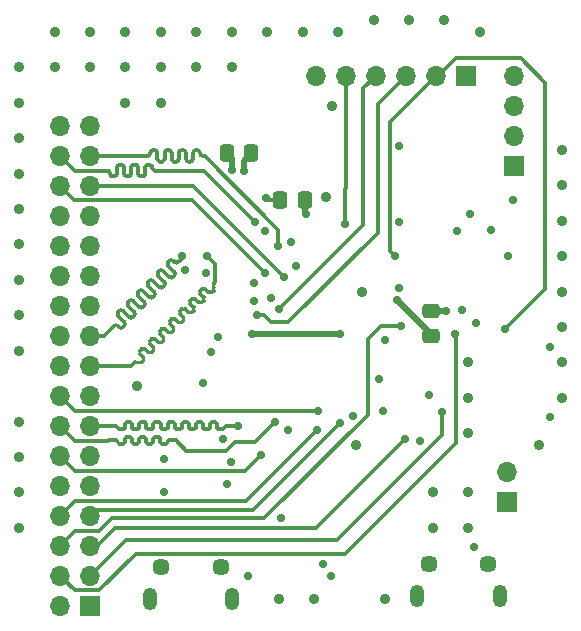
<source format=gbr>
%TF.GenerationSoftware,KiCad,Pcbnew,9.0.0*%
%TF.CreationDate,2025-03-28T00:35:08-07:00*%
%TF.ProjectId,stm32f429vit6_v1,73746d33-3266-4343-9239-766974365f76,rev?*%
%TF.SameCoordinates,Original*%
%TF.FileFunction,Copper,L4,Bot*%
%TF.FilePolarity,Positive*%
%FSLAX46Y46*%
G04 Gerber Fmt 4.6, Leading zero omitted, Abs format (unit mm)*
G04 Created by KiCad (PCBNEW 9.0.0) date 2025-03-28 00:35:08*
%MOMM*%
%LPD*%
G01*
G04 APERTURE LIST*
G04 Aperture macros list*
%AMRoundRect*
0 Rectangle with rounded corners*
0 $1 Rounding radius*
0 $2 $3 $4 $5 $6 $7 $8 $9 X,Y pos of 4 corners*
0 Add a 4 corners polygon primitive as box body*
4,1,4,$2,$3,$4,$5,$6,$7,$8,$9,$2,$3,0*
0 Add four circle primitives for the rounded corners*
1,1,$1+$1,$2,$3*
1,1,$1+$1,$4,$5*
1,1,$1+$1,$6,$7*
1,1,$1+$1,$8,$9*
0 Add four rect primitives between the rounded corners*
20,1,$1+$1,$2,$3,$4,$5,0*
20,1,$1+$1,$4,$5,$6,$7,0*
20,1,$1+$1,$6,$7,$8,$9,0*
20,1,$1+$1,$8,$9,$2,$3,0*%
G04 Aperture macros list end*
%TA.AperFunction,ComponentPad*%
%ADD10R,1.700000X1.700000*%
%TD*%
%TA.AperFunction,ComponentPad*%
%ADD11O,1.700000X1.700000*%
%TD*%
%TA.AperFunction,HeatsinkPad*%
%ADD12O,1.200000X1.900000*%
%TD*%
%TA.AperFunction,HeatsinkPad*%
%ADD13C,1.450000*%
%TD*%
%TA.AperFunction,SMDPad,CuDef*%
%ADD14RoundRect,0.250000X0.337500X0.475000X-0.337500X0.475000X-0.337500X-0.475000X0.337500X-0.475000X0*%
%TD*%
%TA.AperFunction,SMDPad,CuDef*%
%ADD15RoundRect,0.250000X0.475000X-0.337500X0.475000X0.337500X-0.475000X0.337500X-0.475000X-0.337500X0*%
%TD*%
%TA.AperFunction,SMDPad,CuDef*%
%ADD16RoundRect,0.250000X-0.337500X-0.475000X0.337500X-0.475000X0.337500X0.475000X-0.337500X0.475000X0*%
%TD*%
%TA.AperFunction,ViaPad*%
%ADD17C,0.700000*%
%TD*%
%TA.AperFunction,ViaPad*%
%ADD18C,0.900000*%
%TD*%
%TA.AperFunction,Conductor*%
%ADD19C,0.300000*%
%TD*%
%TA.AperFunction,Conductor*%
%ADD20C,0.500000*%
%TD*%
G04 APERTURE END LIST*
D10*
%TO.P,J6,1,Pin_1*%
%TO.N,GND*%
X163000000Y-104610000D03*
D11*
%TO.P,J6,2,Pin_2*%
%TO.N,+3.3V*%
X160460000Y-104610000D03*
%TO.P,J6,3,Pin_3*%
%TO.N,/TP_SDO*%
X163000000Y-102070000D03*
%TO.P,J6,4,Pin_4*%
%TO.N,/TP_SDI*%
X160460000Y-102070000D03*
%TO.P,J6,5,Pin_5*%
%TO.N,/TP_SCK*%
X163000000Y-99530000D03*
%TO.P,J6,6,Pin_6*%
%TO.N,/TP_CS*%
X160460000Y-99530000D03*
%TO.P,J6,7,Pin_7*%
%TO.N,/TP_IRQ*%
X163000000Y-96990000D03*
%TO.P,J6,8,Pin_8*%
%TO.N,/BL_PWM*%
X160460000Y-96990000D03*
%TO.P,J6,9,Pin_9*%
%TO.N,GND*%
X163000000Y-94450000D03*
%TO.P,J6,10,Pin_10*%
%TO.N,+3.3V*%
X160460000Y-94450000D03*
%TO.P,J6,11,Pin_11*%
%TO.N,unconnected-(J6-Pin_11-Pad11)*%
X163000000Y-91910000D03*
%TO.P,J6,12,Pin_12*%
%TO.N,/LCD_NRST*%
X160460000Y-91910000D03*
%TO.P,J6,13,Pin_13*%
%TO.N,/FMC_NOE*%
X163000000Y-89370000D03*
%TO.P,J6,14,Pin_14*%
%TO.N,/FMC_NWE*%
X160460000Y-89370000D03*
%TO.P,J6,15,Pin_15*%
%TO.N,/FMC_A16*%
X163000000Y-86830000D03*
%TO.P,J6,16,Pin_16*%
%TO.N,/FMC_NE1*%
X160460000Y-86830000D03*
%TO.P,J6,17,Pin_17*%
%TO.N,/FMC_D15*%
X163000000Y-84290000D03*
%TO.P,J6,18,Pin_18*%
%TO.N,/FMC_D14*%
X160460000Y-84290000D03*
%TO.P,J6,19,Pin_19*%
%TO.N,/FMC_D13*%
X163000000Y-81750000D03*
%TO.P,J6,20,Pin_20*%
%TO.N,/FMC_D12*%
X160460000Y-81750000D03*
%TO.P,J6,21,Pin_21*%
%TO.N,/FMC_D11*%
X163000000Y-79210000D03*
%TO.P,J6,22,Pin_22*%
%TO.N,/FMC_D10*%
X160460000Y-79210000D03*
%TO.P,J6,23,Pin_23*%
%TO.N,/FMC_D9*%
X163000000Y-76670000D03*
%TO.P,J6,24,Pin_24*%
%TO.N,/FMC_D8*%
X160460000Y-76670000D03*
%TO.P,J6,25,Pin_25*%
%TO.N,/FMC_D7*%
X163000000Y-74130000D03*
%TO.P,J6,26,Pin_26*%
%TO.N,/FMC_D6*%
X160460000Y-74130000D03*
%TO.P,J6,27,Pin_27*%
%TO.N,/FMC_D5*%
X163000000Y-71590000D03*
%TO.P,J6,28,Pin_28*%
%TO.N,/FMC_D4*%
X160460000Y-71590000D03*
%TO.P,J6,29,Pin_29*%
%TO.N,/FMC_D3*%
X163000000Y-69050000D03*
%TO.P,J6,30,Pin_30*%
%TO.N,/FMC_D2*%
X160460000Y-69050000D03*
%TO.P,J6,31,Pin_31*%
%TO.N,/FMC_D1*%
X163000000Y-66510000D03*
%TO.P,J6,32,Pin_32*%
%TO.N,/FMC_D0*%
X160460000Y-66510000D03*
%TO.P,J6,33,Pin_33*%
%TO.N,unconnected-(J6-Pin_33-Pad33)*%
X163000000Y-63970000D03*
%TO.P,J6,34,Pin_34*%
%TO.N,unconnected-(J6-Pin_34-Pad34)*%
X160460000Y-63970000D03*
%TD*%
D12*
%TO.P,J2,6,Shield*%
%TO.N,unconnected-(J2-Shield-Pad6)_5*%
X168050000Y-103987500D03*
D13*
%TO.N,unconnected-(J2-Shield-Pad6)*%
X169050000Y-101287500D03*
%TO.N,unconnected-(J2-Shield-Pad6)_4*%
X174050000Y-101287500D03*
D12*
%TO.N,unconnected-(J2-Shield-Pad6)_3*%
X175050000Y-103987500D03*
%TD*%
%TO.P,J4,6,Shield*%
%TO.N,unconnected-(J4-Shield-Pad6)_4*%
X190670000Y-103740000D03*
D13*
%TO.N,unconnected-(J4-Shield-Pad6)_3*%
X191670000Y-101040000D03*
%TO.N,unconnected-(J4-Shield-Pad6)_5*%
X196670000Y-101040000D03*
D12*
%TO.N,unconnected-(J4-Shield-Pad6)_2*%
X197670000Y-103740000D03*
%TD*%
D10*
%TO.P,J5,1,Pin_1*%
%TO.N,+5V*%
X198300000Y-95775000D03*
D11*
%TO.P,J5,2,Pin_2*%
%TO.N,GND*%
X198300000Y-93235000D03*
%TD*%
D10*
%TO.P,J3,1,Pin_1*%
%TO.N,+3.3V*%
X194800000Y-59750000D03*
D11*
%TO.P,J3,2,Pin_2*%
%TO.N,/SWD_NRST*%
X192260000Y-59750000D03*
%TO.P,J3,3,Pin_3*%
%TO.N,/SWDIO*%
X189720000Y-59750000D03*
%TO.P,J3,4,Pin_4*%
%TO.N,/SWDCLK*%
X187180000Y-59750000D03*
%TO.P,J3,5,Pin_5*%
%TO.N,/SWDO*%
X184640000Y-59750000D03*
%TO.P,J3,6,Pin_6*%
%TO.N,GND*%
X182100000Y-59750000D03*
%TD*%
D10*
%TO.P,J1,1,Pin_1*%
%TO.N,+3.3V*%
X198900000Y-67350000D03*
D11*
%TO.P,J1,2,Pin_2*%
%TO.N,Net-(J1-Pin_2)*%
X198900000Y-64810000D03*
%TO.P,J1,3,Pin_3*%
%TO.N,Net-(J1-Pin_3)*%
X198900000Y-62270000D03*
%TO.P,J1,4,Pin_4*%
%TO.N,GND*%
X198900000Y-59730000D03*
%TD*%
D14*
%TO.P,C5,1*%
%TO.N,+3.3V*%
X176650000Y-66300000D03*
%TO.P,C5,2*%
%TO.N,GND*%
X174575000Y-66300000D03*
%TD*%
D15*
%TO.P,C8,1*%
%TO.N,+3.3V*%
X191850000Y-81737500D03*
%TO.P,C8,2*%
%TO.N,GND*%
X191850000Y-79662500D03*
%TD*%
D16*
%TO.P,C17,1*%
%TO.N,/VCAP1*%
X179112500Y-70200000D03*
%TO.P,C17,2*%
%TO.N,GND*%
X181187500Y-70200000D03*
%TD*%
D17*
%TO.N,GND*%
X181250000Y-71450000D03*
X174250000Y-90500000D03*
X179750000Y-89750000D03*
D18*
X185500000Y-91000000D03*
X183500000Y-62250000D03*
X183000000Y-70000000D03*
X167000000Y-86000000D03*
X186000000Y-78000000D03*
X195000000Y-90000000D03*
X195000000Y-87000000D03*
X195000000Y-84000000D03*
X203000000Y-66000000D03*
X203000000Y-69000000D03*
X203000000Y-72000000D03*
X203000000Y-75000000D03*
X203000000Y-78000000D03*
X203000000Y-81000000D03*
X203000000Y-84000000D03*
X203000000Y-87000000D03*
X201000000Y-91000000D03*
X195000000Y-95000000D03*
X192000000Y-95000000D03*
X195000000Y-98000000D03*
X192000000Y-98000000D03*
X188000000Y-104000000D03*
X182000000Y-104000000D03*
X179000000Y-104000000D03*
X157000000Y-98000000D03*
X157000000Y-95000000D03*
X157000000Y-92000000D03*
X157000000Y-89000000D03*
X157000000Y-83000000D03*
X157000000Y-80000000D03*
X157000000Y-77000000D03*
X157000000Y-74000000D03*
X157000000Y-71000000D03*
X157000000Y-68000000D03*
X157000000Y-65000000D03*
X157000000Y-62000000D03*
X157000000Y-59000000D03*
X166000000Y-62000000D03*
X169000000Y-62000000D03*
X175000000Y-59000000D03*
X172000000Y-59000000D03*
X169000000Y-59000000D03*
X166000000Y-59000000D03*
X163000000Y-59000000D03*
X160000000Y-59000000D03*
X196000000Y-56000000D03*
X193000000Y-55000000D03*
X190000000Y-55000000D03*
X187000000Y-55000000D03*
X184000000Y-56000000D03*
X181000000Y-56000000D03*
X178000000Y-56000000D03*
X175000000Y-56000000D03*
X172000000Y-56000000D03*
X169000000Y-56000000D03*
X166000000Y-56000000D03*
X163000000Y-56000000D03*
X160000000Y-56000000D03*
D17*
%TO.N,/FMC_NWE*%
X178700000Y-89050000D03*
%TO.N,/BL_PWM*%
X182200000Y-89700000D03*
%TO.N,/SWD_NRST*%
X198150000Y-81150000D03*
%TO.N,/TP_SDI*%
X193900000Y-81550000D03*
%TO.N,/SWDIO*%
X177150000Y-79950000D03*
%TO.N,GND*%
X178350000Y-78500000D03*
X176900000Y-78800000D03*
%TO.N,/SWDCLK*%
X179000000Y-79500000D03*
%TO.N,/FMC_D2*%
X177800000Y-76450000D03*
%TO.N,/FMC_D3*%
X179434052Y-76755407D03*
%TO.N,/TP_SDO*%
X192800000Y-88200000D03*
%TO.N,GND*%
X191700000Y-86750000D03*
X190900000Y-90650000D03*
X176900000Y-77250000D03*
X180450000Y-75850000D03*
X180000000Y-73800000D03*
%TO.N,/FMC_D1*%
X178950000Y-74100000D03*
%TO.N,GND*%
X177800000Y-72900000D03*
X172800000Y-76400000D03*
X171000000Y-76200000D03*
X198800000Y-70200000D03*
X195200000Y-71400000D03*
%TO.N,+3.3V*%
X184200000Y-81600000D03*
%TO.N,GND*%
X195700000Y-80670000D03*
X183400000Y-102100000D03*
X185300000Y-88500000D03*
X176400000Y-102100000D03*
X194500000Y-79550000D03*
X198400000Y-74950000D03*
X174600000Y-94300000D03*
X201950000Y-82650000D03*
X187800000Y-88100000D03*
X189200000Y-65650000D03*
X169300000Y-92200000D03*
X182700000Y-101100000D03*
X201950000Y-88650000D03*
X188000000Y-82100000D03*
X179200000Y-97200000D03*
X173875057Y-81799638D03*
X189200000Y-72100000D03*
X169300000Y-95000000D03*
X189200000Y-77700000D03*
X173200000Y-83100000D03*
X195500000Y-99600000D03*
X174900000Y-92400000D03*
X187460000Y-85400000D03*
X172600000Y-85700000D03*
X175000000Y-67700000D03*
X196940000Y-72800000D03*
X194040000Y-72900000D03*
%TO.N,+3.3V*%
X176000000Y-67800000D03*
X176700000Y-81600000D03*
X189000000Y-78750000D03*
%TO.N,/SWD_NRST*%
X188800000Y-75000000D03*
%TO.N,/VCAP1*%
X177900000Y-70100000D03*
%TO.N,/FMC_NOE*%
X175500000Y-89400000D03*
%TO.N,/LCD_NRST*%
X177500000Y-91800000D03*
%TO.N,/FMC_D13*%
X170750000Y-75000000D03*
%TO.N,/TP_IRQ*%
X184200000Y-89100000D03*
%TO.N,/FMC_NE1*%
X182300000Y-88100000D03*
%TO.N,/FMC_D15*%
X172900000Y-75000000D03*
%TO.N,/TP_SCK*%
X189650000Y-90450000D03*
%TO.N,/TP_CS*%
X189300000Y-80900000D03*
%TO.N,/FMC_D0*%
X177000000Y-72100000D03*
%TO.N,/SWDO*%
X184600000Y-72300000D03*
%TO.N,GND*%
X193144975Y-79655025D03*
%TD*%
D19*
%TO.N,/FMC_D3*%
X171728645Y-69050000D02*
X163000000Y-69050000D01*
X179434052Y-76755407D02*
X171728645Y-69050000D01*
%TO.N,/FMC_D2*%
X160460000Y-69050000D02*
X161661000Y-70251000D01*
X161661000Y-70251000D02*
X171601000Y-70251000D01*
X171601000Y-70251000D02*
X177800000Y-76450000D01*
D20*
%TO.N,GND*%
X175000000Y-66725000D02*
X175000000Y-67700000D01*
X174575000Y-66300000D02*
X175000000Y-66725000D01*
%TO.N,+3.3V*%
X176000000Y-66950000D02*
X176000000Y-67800000D01*
X176650000Y-66300000D02*
X176000000Y-66950000D01*
D19*
%TO.N,/VCAP1*%
X178000000Y-70200000D02*
X177900000Y-70100000D01*
X179112500Y-70200000D02*
X178000000Y-70200000D01*
D20*
%TO.N,GND*%
X181187500Y-71387500D02*
X181250000Y-71450000D01*
X181187500Y-70200000D02*
X181187500Y-71387500D01*
D19*
%TO.N,/FMC_NWE*%
X175250000Y-90750000D02*
X177000000Y-90750000D01*
X174500000Y-91500000D02*
X175250000Y-90750000D01*
X177000000Y-90750000D02*
X178700000Y-89050000D01*
X171150000Y-91500000D02*
X174500000Y-91500000D01*
X170250000Y-90600000D02*
X171150000Y-91500000D01*
X169700000Y-90600000D02*
X170250000Y-90600000D01*
X164596077Y-90600000D02*
X164546077Y-90650000D01*
X164900000Y-90600000D02*
X164596077Y-90600000D01*
X168200000Y-90900000D02*
X167900000Y-90900000D01*
X165950000Y-90600000D02*
X165950000Y-90750000D01*
X166400000Y-90300000D02*
X166100000Y-90300000D01*
X167000000Y-90900000D02*
X166700000Y-90900000D01*
X168350000Y-90600000D02*
X168350000Y-90750000D01*
X166550000Y-90600000D02*
X166550000Y-90450000D01*
X166550000Y-90750000D02*
X166550000Y-90600000D01*
X167150000Y-90600000D02*
X167150000Y-90750000D01*
X167600000Y-90300000D02*
X167300000Y-90300000D01*
X167750000Y-90600000D02*
X167750000Y-90450000D01*
X165950000Y-90450000D02*
X165950000Y-90600000D01*
X167750000Y-90750000D02*
X167750000Y-90600000D01*
X165200000Y-90600000D02*
X164900000Y-90600000D01*
X168350000Y-90450000D02*
X168350000Y-90600000D01*
X168800000Y-90300000D02*
X168500000Y-90300000D01*
X168950000Y-90600000D02*
X168950000Y-90450000D01*
X168950000Y-90750000D02*
X168950000Y-90600000D01*
X169400000Y-90900000D02*
X169100000Y-90900000D01*
X167150000Y-90450000D02*
X167150000Y-90600000D01*
X164546077Y-90650000D02*
X161740000Y-90650000D01*
X161740000Y-90650000D02*
X160460000Y-89370000D01*
X165800000Y-90900000D02*
X165500000Y-90900000D01*
X165500000Y-90900000D02*
G75*
G02*
X165350000Y-90750000I0J150000D01*
G01*
X165350000Y-90750000D02*
G75*
G03*
X165200000Y-90600000I-150000J0D01*
G01*
X166100000Y-90300000D02*
G75*
G03*
X165950000Y-90450000I0J-150000D01*
G01*
X165950000Y-90750000D02*
G75*
G02*
X165800000Y-90900000I-150000J0D01*
G01*
X166550000Y-90450000D02*
G75*
G03*
X166400000Y-90300000I-150000J0D01*
G01*
X167300000Y-90300000D02*
G75*
G03*
X167150000Y-90450000I0J-150000D01*
G01*
X167750000Y-90450000D02*
G75*
G03*
X167600000Y-90300000I-150000J0D01*
G01*
X168950000Y-90450000D02*
G75*
G03*
X168800000Y-90300000I-150000J0D01*
G01*
X169700000Y-90600000D02*
G75*
G03*
X169550000Y-90750000I0J-150000D01*
G01*
X166700000Y-90900000D02*
G75*
G02*
X166550000Y-90750000I0J150000D01*
G01*
X167150000Y-90750000D02*
G75*
G02*
X167000000Y-90900000I-150000J0D01*
G01*
X168500000Y-90300000D02*
G75*
G03*
X168350000Y-90450000I0J-150000D01*
G01*
X167900000Y-90900000D02*
G75*
G02*
X167750000Y-90750000I0J150000D01*
G01*
X169100000Y-90900000D02*
G75*
G02*
X168950000Y-90750000I0J150000D01*
G01*
X169550000Y-90750000D02*
G75*
G02*
X169400000Y-90900000I-150000J0D01*
G01*
X168350000Y-90750000D02*
G75*
G02*
X168200000Y-90900000I-150000J0D01*
G01*
%TO.N,/BL_PWM*%
X176200000Y-95700000D02*
X161750000Y-95700000D01*
X182200000Y-89700000D02*
X176200000Y-95700000D01*
X161750000Y-95700000D02*
X160460000Y-96990000D01*
%TO.N,/SWD_NRST*%
X193985000Y-58250000D02*
X192235000Y-60000000D01*
X201550000Y-60325000D02*
X199475000Y-58250000D01*
X201550000Y-77750000D02*
X201550000Y-60325000D01*
X198150000Y-81150000D02*
X201550000Y-77750000D01*
X199475000Y-58250000D02*
X193985000Y-58250000D01*
%TO.N,/TP_SDI*%
X194000000Y-81650000D02*
X194000000Y-90800000D01*
X193900000Y-81550000D02*
X194000000Y-81650000D01*
%TO.N,/SWDIO*%
X187350000Y-73000000D02*
X187350000Y-62120000D01*
X179800000Y-80550000D02*
X187350000Y-73000000D01*
X178300000Y-80550000D02*
X179800000Y-80550000D01*
X177750000Y-80000000D02*
X178300000Y-80550000D01*
X177200000Y-80000000D02*
X177750000Y-80000000D01*
X177150000Y-79950000D02*
X177200000Y-80000000D01*
X187350000Y-62120000D02*
X189720000Y-59750000D01*
%TO.N,/SWDCLK*%
X186150000Y-60780000D02*
X187180000Y-59750000D01*
X186150000Y-72350000D02*
X186150000Y-60780000D01*
X179000000Y-79500000D02*
X186150000Y-72350000D01*
%TO.N,/TP_SDO*%
X166070000Y-99000000D02*
X163000000Y-102070000D01*
X183950000Y-99000000D02*
X166070000Y-99000000D01*
X192800000Y-90150000D02*
X183950000Y-99000000D01*
X192800000Y-88200000D02*
X192800000Y-90150000D01*
%TO.N,/TP_SDI*%
X163800000Y-103300000D02*
X161690000Y-103300000D01*
X161690000Y-103300000D02*
X160460000Y-102070000D01*
X194000000Y-90800000D02*
X184588500Y-100211500D01*
X184588500Y-100211500D02*
X166888500Y-100211500D01*
X166888500Y-100211500D02*
X163800000Y-103300000D01*
%TO.N,/FMC_D1*%
X172710000Y-66510000D02*
X172549148Y-66510000D01*
X178950000Y-72750000D02*
X172710000Y-66510000D01*
X178950000Y-74100000D02*
X178950000Y-72750000D01*
%TO.N,/FMC_D15*%
X170345848Y-80454155D02*
X170345846Y-80454154D01*
X172325752Y-78191403D02*
X172467173Y-78332824D01*
X167234566Y-83282589D02*
X167375987Y-83424010D01*
X167375988Y-82858325D02*
X167234566Y-82999746D01*
X169497315Y-81302685D02*
X169355893Y-81161263D01*
X168648784Y-82151216D02*
X168507362Y-82009794D01*
X169214471Y-82151216D02*
X169073051Y-82292637D01*
X171760064Y-79605623D02*
X171618644Y-79747044D01*
X167941676Y-83141169D02*
X167800255Y-82999748D01*
X167800255Y-82999748D02*
X167800253Y-82999747D01*
X171194377Y-79605623D02*
X171052955Y-79464201D01*
X169921581Y-80312732D02*
X169780159Y-80454153D01*
X170487269Y-80595576D02*
X170345848Y-80454155D01*
X172900000Y-75000000D02*
X173600000Y-75700000D01*
X169073050Y-81726950D02*
X169214472Y-81868372D01*
X166476287Y-84290000D02*
X163000000Y-84290000D01*
X170345846Y-80454154D02*
X170204424Y-80312732D01*
X166668881Y-84131120D02*
X166510000Y-84290000D01*
X173600000Y-75700000D02*
X173600000Y-77200000D01*
X168365940Y-82999747D02*
X168224520Y-83141168D01*
X173457125Y-77908561D02*
X173315703Y-78049984D01*
X171194379Y-79605624D02*
X171194377Y-79605623D01*
X169073049Y-81726948D02*
X169073050Y-81726950D01*
X169497317Y-81302686D02*
X169497315Y-81302685D01*
X169921580Y-80878417D02*
X169921581Y-80878419D01*
X172608595Y-78757092D02*
X172467175Y-78898513D01*
X172467174Y-78332826D02*
X172608596Y-78474248D01*
X170770112Y-79464201D02*
X170628690Y-79605622D01*
X172467173Y-78332824D02*
X172467174Y-78332826D01*
X168648786Y-82151217D02*
X168648784Y-82151216D01*
X170911533Y-80454154D02*
X170770113Y-80595575D01*
X170628690Y-79888465D02*
X170770111Y-80029886D01*
X172891439Y-77908561D02*
X172750017Y-77767139D01*
X167800253Y-82999747D02*
X167658831Y-82858325D01*
X172184331Y-78898514D02*
X172042910Y-78757093D01*
X167375988Y-83424012D02*
X167517410Y-83565434D01*
X172467174Y-77767139D02*
X172325752Y-77908560D01*
X172042910Y-78757093D02*
X172042908Y-78757092D01*
X173600000Y-77200000D02*
X173457125Y-77342875D01*
X167517409Y-83848278D02*
X167375989Y-83989699D01*
X167375987Y-83424010D02*
X167375988Y-83424012D01*
X168083097Y-82434058D02*
X168224518Y-82575479D01*
X168224519Y-82009794D02*
X168083097Y-82151215D01*
X169638738Y-81444107D02*
X169497317Y-81302686D01*
X166510000Y-84290000D02*
X166476287Y-84290000D01*
X169780159Y-80736996D02*
X169921580Y-80878417D01*
X170770111Y-80029886D02*
X170770112Y-80029888D01*
X171335800Y-79747045D02*
X171194379Y-79605624D01*
X171618642Y-79181355D02*
X171618643Y-79181357D01*
X172042908Y-78757092D02*
X171901486Y-78615670D01*
X171618643Y-79181357D02*
X171760065Y-79322779D01*
X173032861Y-78049983D02*
X172891440Y-77908562D01*
X171618643Y-78615670D02*
X171477221Y-78757091D01*
X168224519Y-82575481D02*
X168365941Y-82716903D01*
X168931628Y-81585527D02*
X169073049Y-81726948D01*
X170063002Y-81302685D02*
X169921582Y-81444106D01*
X170770112Y-80029888D02*
X170911534Y-80171310D01*
X168224518Y-82575479D02*
X168224519Y-82575481D01*
X168790207Y-82292638D02*
X168648786Y-82151217D01*
X169073050Y-81161263D02*
X168931628Y-81302684D01*
X169921581Y-80878419D02*
X170063003Y-81019841D01*
X172891440Y-77908562D02*
X172891439Y-77908561D01*
X166810303Y-83989700D02*
X166668881Y-84131120D01*
X171477221Y-79039934D02*
X171618642Y-79181355D01*
X173457124Y-77625719D02*
G75*
G02*
X173457085Y-77908520I-141424J-141381D01*
G01*
X171901486Y-78615670D02*
G75*
G03*
X171618644Y-78615670I-141421J-141420D01*
G01*
X173457125Y-77342875D02*
G75*
G03*
X173457121Y-77625722I141375J-141425D01*
G01*
X171477221Y-78757091D02*
G75*
G03*
X171477233Y-79039921I141379J-141409D01*
G01*
X172467175Y-78898513D02*
G75*
G02*
X172184379Y-78898467I-141375J141413D01*
G01*
X171052955Y-79464201D02*
G75*
G03*
X170770113Y-79464201I-141421J-141420D01*
G01*
X172750017Y-77767139D02*
G75*
G03*
X172467175Y-77767139I-141421J-141420D01*
G01*
X171618644Y-79747044D02*
G75*
G02*
X171335779Y-79747067I-141444J141444D01*
G01*
X173315703Y-78049984D02*
G75*
G02*
X173032879Y-78049966I-141403J141384D01*
G01*
X171760065Y-79322779D02*
G75*
G02*
X171760064Y-79605623I-141465J-141421D01*
G01*
X172608596Y-78474248D02*
G75*
G02*
X172608626Y-78757123I-141396J-141452D01*
G01*
X172325752Y-77908560D02*
G75*
G03*
X172325733Y-78191421I141448J-141440D01*
G01*
X168507362Y-82009794D02*
G75*
G03*
X168224518Y-82009793I-141422J-141420D01*
G01*
X169780159Y-80454153D02*
G75*
G03*
X169780133Y-80737021I141441J-141447D01*
G01*
X167658831Y-82858325D02*
G75*
G03*
X167375989Y-82858325I-141421J-141420D01*
G01*
X170063003Y-81019841D02*
G75*
G02*
X170063040Y-81302723I-141403J-141459D01*
G01*
X167234566Y-82999746D02*
G75*
G03*
X167234533Y-83282621I141434J-141454D01*
G01*
X170911534Y-80171310D02*
G75*
G02*
X170911502Y-80454122I-141434J-141390D01*
G01*
X170628690Y-79605622D02*
G75*
G03*
X170628733Y-79888421I141410J-141378D01*
G01*
X168931628Y-81302684D02*
G75*
G03*
X168931633Y-81585522I141472J-141416D01*
G01*
X169921582Y-81444106D02*
G75*
G02*
X169638779Y-81444067I-141382J141406D01*
G01*
X169355893Y-81161263D02*
G75*
G03*
X169073051Y-81161263I-141421J-141420D01*
G01*
X168365941Y-82716903D02*
G75*
G02*
X168365916Y-82999723I-141441J-141397D01*
G01*
X168083097Y-82151215D02*
G75*
G03*
X168083133Y-82434021I141403J-141385D01*
G01*
X170204424Y-80312732D02*
G75*
G03*
X169921582Y-80312732I-141421J-141420D01*
G01*
X167375989Y-83989699D02*
G75*
G02*
X167093179Y-83989667I-141389J141399D01*
G01*
X167093145Y-83989700D02*
G75*
G03*
X166810303Y-83989700I-141421J-141419D01*
G01*
X167517410Y-83565434D02*
G75*
G02*
X167517454Y-83848322I-141410J-141466D01*
G01*
X168224520Y-83141168D02*
G75*
G02*
X167941678Y-83141166I-141420J141468D01*
G01*
X170770113Y-80595575D02*
G75*
G02*
X170487279Y-80595567I-141413J141375D01*
G01*
X169214472Y-81868372D02*
G75*
G02*
X169214477Y-82151223I-141372J-141428D01*
G01*
X169073051Y-82292637D02*
G75*
G02*
X168790179Y-82292667I-141451J141437D01*
G01*
D20*
%TO.N,+3.3V*%
X176700000Y-81600000D02*
X184200000Y-81600000D01*
D19*
%TO.N,/SWD_NRST*%
X188400000Y-63610000D02*
X192260000Y-59750000D01*
X188800000Y-75000000D02*
X188400000Y-74600000D01*
X188400000Y-74600000D02*
X188400000Y-63610000D01*
%TO.N,/FMC_A16*%
X163430000Y-86400000D02*
X163000000Y-86830000D01*
%TO.N,/FMC_NOE*%
X170617320Y-89670000D02*
X170317320Y-89670000D01*
X170167320Y-89370000D02*
X170167320Y-89220000D01*
X168367320Y-89370000D02*
X168367320Y-89520000D01*
X166567320Y-89520000D02*
X166567320Y-89370000D01*
X169417320Y-89670000D02*
X169117320Y-89670000D01*
X173767320Y-89370000D02*
X173767320Y-89220000D01*
X167767320Y-89520000D02*
X167767320Y-89370000D01*
X166417320Y-89070000D02*
X166117320Y-89070000D01*
X171967320Y-89220000D02*
X171967320Y-89370000D01*
X164332861Y-89370000D02*
X163000000Y-89370000D01*
X168817320Y-89070000D02*
X168517320Y-89070000D01*
X165967320Y-89370000D02*
X165967320Y-89520000D01*
X168967320Y-89520000D02*
X168967320Y-89370000D01*
X165217320Y-89370000D02*
X164917320Y-89370000D01*
X171367320Y-89520000D02*
X171367320Y-89370000D01*
X171817320Y-89670000D02*
X171517320Y-89670000D01*
X170767320Y-89220000D02*
X170767320Y-89370000D01*
X171217320Y-89070000D02*
X170917320Y-89070000D01*
X165817320Y-89670000D02*
X165517320Y-89670000D01*
X165967320Y-89220000D02*
X165967320Y-89370000D01*
X167617320Y-89070000D02*
X167317320Y-89070000D01*
X173167320Y-89220000D02*
X173167320Y-89370000D01*
X167167320Y-89220000D02*
X167167320Y-89370000D01*
X175470000Y-89370000D02*
X174517320Y-89370000D01*
X170767320Y-89370000D02*
X170767320Y-89520000D01*
X173017320Y-89670000D02*
X172717320Y-89670000D01*
X175500000Y-89400000D02*
X175470000Y-89370000D01*
X172567320Y-89520000D02*
X172567320Y-89370000D01*
X173167320Y-89370000D02*
X173167320Y-89520000D01*
X172567320Y-89370000D02*
X172567320Y-89220000D01*
X168367320Y-89220000D02*
X168367320Y-89370000D01*
X168967320Y-89370000D02*
X168967320Y-89220000D01*
X164917320Y-89370000D02*
X164332861Y-89370000D01*
X167167320Y-89370000D02*
X167167320Y-89520000D01*
X174217320Y-89670000D02*
X173917320Y-89670000D01*
X169567320Y-89220000D02*
X169567320Y-89370000D01*
X173767320Y-89520000D02*
X173767320Y-89370000D01*
X167017320Y-89670000D02*
X166717320Y-89670000D01*
X170017320Y-89070000D02*
X169717320Y-89070000D01*
X170167320Y-89520000D02*
X170167320Y-89370000D01*
X166567320Y-89370000D02*
X166567320Y-89220000D01*
X168217320Y-89670000D02*
X167917320Y-89670000D01*
X169567320Y-89370000D02*
X169567320Y-89520000D01*
X167767320Y-89370000D02*
X167767320Y-89220000D01*
X171367320Y-89370000D02*
X171367320Y-89220000D01*
X171967320Y-89370000D02*
X171967320Y-89520000D01*
X173617320Y-89070000D02*
X173317320Y-89070000D01*
X172417320Y-89070000D02*
X172117320Y-89070000D01*
X166117320Y-89070000D02*
G75*
G03*
X165967300Y-89220000I-20J-150000D01*
G01*
X170917320Y-89070000D02*
G75*
G03*
X170767300Y-89220000I-20J-150000D01*
G01*
X167317320Y-89070000D02*
G75*
G03*
X167167300Y-89220000I-20J-150000D01*
G01*
X166567320Y-89220000D02*
G75*
G03*
X166417320Y-89069980I-150020J0D01*
G01*
X169567320Y-89520000D02*
G75*
G02*
X169417320Y-89670020I-150020J0D01*
G01*
X169717320Y-89070000D02*
G75*
G03*
X169567300Y-89220000I-20J-150000D01*
G01*
X167167320Y-89520000D02*
G75*
G02*
X167017320Y-89670020I-150020J0D01*
G01*
X172717320Y-89670000D02*
G75*
G02*
X172567300Y-89520000I-20J150000D01*
G01*
X167917320Y-89670000D02*
G75*
G02*
X167767300Y-89520000I-20J150000D01*
G01*
X170167320Y-89220000D02*
G75*
G03*
X170017320Y-89069980I-150020J0D01*
G01*
X169117320Y-89670000D02*
G75*
G02*
X168967300Y-89520000I-20J150000D01*
G01*
X172567320Y-89220000D02*
G75*
G03*
X172417320Y-89069980I-150020J0D01*
G01*
X168967320Y-89220000D02*
G75*
G03*
X168817320Y-89069980I-150020J0D01*
G01*
X168367320Y-89520000D02*
G75*
G02*
X168217320Y-89670020I-150020J0D01*
G01*
X172117320Y-89070000D02*
G75*
G03*
X171967300Y-89220000I-20J-150000D01*
G01*
X173917320Y-89670000D02*
G75*
G02*
X173767300Y-89520000I-20J150000D01*
G01*
X174517320Y-89370000D02*
G75*
G03*
X174367300Y-89520000I-20J-150000D01*
G01*
X171367320Y-89220000D02*
G75*
G03*
X171217320Y-89069980I-150020J0D01*
G01*
X171967320Y-89520000D02*
G75*
G02*
X171817320Y-89670020I-150020J0D01*
G01*
X173317320Y-89070000D02*
G75*
G03*
X173167300Y-89220000I-20J-150000D01*
G01*
X174367320Y-89520000D02*
G75*
G02*
X174217320Y-89670020I-150020J0D01*
G01*
X168517320Y-89070000D02*
G75*
G03*
X168367300Y-89220000I-20J-150000D01*
G01*
X173767320Y-89220000D02*
G75*
G03*
X173617320Y-89069980I-150020J0D01*
G01*
X173167320Y-89520000D02*
G75*
G02*
X173017320Y-89670020I-150020J0D01*
G01*
X166717320Y-89670000D02*
G75*
G02*
X166567300Y-89520000I-20J150000D01*
G01*
X165967320Y-89520000D02*
G75*
G02*
X165817320Y-89670020I-150020J0D01*
G01*
X165367320Y-89520000D02*
G75*
G03*
X165217320Y-89369980I-150020J0D01*
G01*
X171517320Y-89670000D02*
G75*
G02*
X171367300Y-89520000I-20J150000D01*
G01*
X167767320Y-89220000D02*
G75*
G03*
X167617320Y-89069980I-150020J0D01*
G01*
X170317320Y-89670000D02*
G75*
G02*
X170167300Y-89520000I-20J150000D01*
G01*
X170767320Y-89520000D02*
G75*
G02*
X170617320Y-89670020I-150020J0D01*
G01*
X165517320Y-89670000D02*
G75*
G02*
X165367300Y-89520000I-20J150000D01*
G01*
%TO.N,/LCD_NRST*%
X176150000Y-93150000D02*
X161700000Y-93150000D01*
X161700000Y-93150000D02*
X160460000Y-91910000D01*
X177500000Y-91800000D02*
X176150000Y-93150000D01*
%TO.N,/FMC_D13*%
X169030026Y-76919974D02*
X169284585Y-77174533D01*
X166739000Y-80059529D02*
X166654149Y-80144381D01*
X170133112Y-76665417D02*
X170048261Y-76750269D01*
X168775467Y-76665415D02*
X169030026Y-76919974D01*
X164200000Y-81750000D02*
X163000000Y-81750000D01*
X165466209Y-80992909D02*
X165381357Y-80908057D01*
X168436056Y-78362473D02*
X168351205Y-78447325D01*
X169454290Y-76495710D02*
X169199731Y-76241151D01*
X164957091Y-80992910D02*
X164200000Y-81750000D01*
X165805620Y-80483792D02*
X165890473Y-80568645D01*
X166060178Y-79889822D02*
X165805619Y-79635263D01*
X165381355Y-80059527D02*
X165805620Y-80483792D01*
X168181498Y-77768502D02*
X168436057Y-78023061D01*
X168860320Y-76241151D02*
X168775467Y-76326003D01*
X165890472Y-80908057D02*
X165805621Y-80992909D01*
X170133113Y-75477475D02*
X170048260Y-75392622D01*
X169708847Y-75901738D02*
X169878554Y-76071446D01*
X170750000Y-75200000D02*
X170472525Y-75477475D01*
X167587528Y-79211001D02*
X167502677Y-79295853D01*
X169708848Y-75392622D02*
X169623995Y-75477474D01*
X168860321Y-77598797D02*
X168605762Y-77344238D01*
X169708849Y-76750269D02*
X169454290Y-76495710D01*
X169623995Y-75816886D02*
X169708847Y-75901738D01*
X165041945Y-80908057D02*
X164957091Y-80992910D01*
X166908706Y-79041294D02*
X166654147Y-78786735D01*
X166229883Y-79210999D02*
X166484442Y-79465558D01*
X166314736Y-78786735D02*
X166229883Y-78871587D01*
X170750000Y-75000000D02*
X170750000Y-75200000D01*
X167757234Y-78192766D02*
X167502675Y-77938207D01*
X169284584Y-77513945D02*
X169199733Y-77598797D01*
X165466208Y-79635263D02*
X165381355Y-79720115D01*
X167163264Y-77938207D02*
X167078411Y-78023059D01*
X168011792Y-77089679D02*
X167926939Y-77174531D01*
X167078411Y-78362471D02*
X167332970Y-78617030D01*
X168605762Y-77344238D02*
X168351203Y-77089679D01*
X168011793Y-78447325D02*
X167757234Y-78192766D01*
X167163265Y-79295853D02*
X166908706Y-79041294D01*
X166484442Y-79465558D02*
X166739001Y-79720117D01*
X166314737Y-80144381D02*
X166060178Y-79889822D01*
X169878554Y-76071446D02*
X170133113Y-76326005D01*
X167926939Y-77513943D02*
X168181498Y-77768502D01*
X167332970Y-78617030D02*
X167587529Y-78871589D01*
X168775467Y-76326003D02*
G75*
G03*
X168775476Y-76665406I169733J-169697D01*
G01*
X166654147Y-78786735D02*
G75*
G03*
X166314737Y-78786735I-169705J-169703D01*
G01*
X168351203Y-77089679D02*
G75*
G03*
X168011793Y-77089679I-169705J-169703D01*
G01*
X165805621Y-80992909D02*
G75*
G02*
X165466209Y-80992909I-169706J169701D01*
G01*
X169199733Y-77598797D02*
G75*
G02*
X168860321Y-77598797I-169706J169701D01*
G01*
X165805619Y-79635263D02*
G75*
G03*
X165466209Y-79635263I-169705J-169703D01*
G01*
X170048261Y-76750269D02*
G75*
G02*
X169708849Y-76750269I-169706J169701D01*
G01*
X167078411Y-78023059D02*
G75*
G03*
X167078376Y-78362506I169689J-169741D01*
G01*
X170472525Y-75477475D02*
G75*
G02*
X170133113Y-75477475I-169706J169704D01*
G01*
X170133113Y-76326005D02*
G75*
G02*
X170133102Y-76665407I-169713J-169695D01*
G01*
X170048260Y-75392622D02*
G75*
G03*
X169708848Y-75392622I-169706J-169704D01*
G01*
X169284585Y-77174533D02*
G75*
G02*
X169284546Y-77513906I-169685J-169667D01*
G01*
X166654149Y-80144381D02*
G75*
G02*
X166314737Y-80144381I-169706J169701D01*
G01*
X169199731Y-76241151D02*
G75*
G03*
X168860321Y-76241151I-169705J-169703D01*
G01*
X165381355Y-79720115D02*
G75*
G03*
X165381376Y-80059506I169745J-169685D01*
G01*
X169623995Y-75477474D02*
G75*
G03*
X169623975Y-75816906I169705J-169726D01*
G01*
X167926939Y-77174531D02*
G75*
G03*
X167926976Y-77513906I169661J-169669D01*
G01*
X168436057Y-78023061D02*
G75*
G02*
X168436090Y-78362507I-169657J-169739D01*
G01*
X166229883Y-78871587D02*
G75*
G03*
X166229876Y-79211006I169717J-169713D01*
G01*
X167587529Y-78871589D02*
G75*
G02*
X167587534Y-79211006I-169729J-169711D01*
G01*
X165381357Y-80908057D02*
G75*
G03*
X165041945Y-80908057I-169706J-169708D01*
G01*
X167502677Y-79295853D02*
G75*
G02*
X167163265Y-79295853I-169706J169701D01*
G01*
X168351205Y-78447325D02*
G75*
G02*
X168011793Y-78447325I-169706J169701D01*
G01*
X165890473Y-80568645D02*
G75*
G02*
X165890522Y-80908107I-169673J-169755D01*
G01*
X166739001Y-79720117D02*
G75*
G02*
X166738978Y-80059506I-169701J-169683D01*
G01*
X167502675Y-77938207D02*
G75*
G03*
X167163265Y-77938207I-169705J-169703D01*
G01*
%TO.N,/TP_IRQ*%
X176800000Y-96500000D02*
X163490000Y-96500000D01*
X184200000Y-89100000D02*
X176800000Y-96500000D01*
X163490000Y-96500000D02*
X163000000Y-96990000D01*
%TO.N,/FMC_NE1*%
X182300000Y-88100000D02*
X161730000Y-88100000D01*
X161730000Y-88100000D02*
X160460000Y-86830000D01*
%TO.N,/TP_SCK*%
X189650000Y-90450000D02*
X182100000Y-98000000D01*
X182100000Y-98000000D02*
X165100000Y-98000000D01*
X165100000Y-98000000D02*
X163570000Y-99530000D01*
X163570000Y-99530000D02*
X163000000Y-99530000D01*
%TO.N,/TP_CS*%
X177750000Y-97200000D02*
X164900000Y-97200000D01*
X164900000Y-97200000D02*
X163800000Y-98300000D01*
X161690000Y-98300000D02*
X160460000Y-99530000D01*
X187600000Y-80900000D02*
X186500000Y-82000000D01*
X163800000Y-98300000D02*
X161690000Y-98300000D01*
X189300000Y-80900000D02*
X187600000Y-80900000D01*
X186500000Y-88450000D02*
X177750000Y-97200000D01*
X186500000Y-82000000D02*
X186500000Y-88450000D01*
%TO.N,/FMC_D1*%
X168709148Y-66510000D02*
X168709148Y-66270000D01*
X169909148Y-66510000D02*
X169909148Y-66268580D01*
X168109148Y-66268580D02*
X168109148Y-66270000D01*
X171469148Y-66991420D02*
X171349148Y-66991420D01*
X170269148Y-66991420D02*
X170149148Y-66991420D01*
X170509148Y-66268580D02*
X170509148Y-66510000D01*
X169669148Y-66028580D02*
X169549148Y-66028580D01*
X171709148Y-66510000D02*
X171709148Y-66751420D01*
X168709148Y-66751445D02*
X168709148Y-66510000D01*
X171109148Y-66751420D02*
X171109148Y-66510000D01*
X168469148Y-66028580D02*
X168349148Y-66028580D01*
X170509148Y-66510000D02*
X170509148Y-66751420D01*
X169069148Y-66991445D02*
X168949148Y-66991445D01*
X168709148Y-66270000D02*
X168709148Y-66268580D01*
X167869148Y-66510000D02*
X167749148Y-66510000D01*
X169309148Y-66510000D02*
X169309148Y-66751445D01*
X172069148Y-66028580D02*
X171949148Y-66028580D01*
X169909148Y-66751420D02*
X169909148Y-66510000D01*
X167749148Y-66510000D02*
X167305604Y-66510000D01*
X172309148Y-66270000D02*
X172309148Y-66268580D01*
X171709148Y-66270000D02*
X171709148Y-66510000D01*
X169309148Y-66268580D02*
X169309148Y-66510000D01*
X171109148Y-66510000D02*
X171109148Y-66268580D01*
X170869148Y-66028580D02*
X170749148Y-66028580D01*
X167305604Y-66510000D02*
X163000000Y-66510000D01*
X171709148Y-66268580D02*
X171709148Y-66270000D01*
X171949148Y-66028580D02*
G75*
G03*
X171709080Y-66268580I-48J-240020D01*
G01*
X170149148Y-66991420D02*
G75*
G02*
X169909080Y-66751420I-48J240020D01*
G01*
X168949148Y-66991445D02*
G75*
G02*
X168709055Y-66751445I-48J240045D01*
G01*
X171109148Y-66268580D02*
G75*
G03*
X170869148Y-66028552I-240048J-20D01*
G01*
X169909148Y-66268580D02*
G75*
G03*
X169669148Y-66028552I-240048J-20D01*
G01*
X168709148Y-66268580D02*
G75*
G03*
X168469148Y-66028552I-240048J-20D01*
G01*
X170509148Y-66751420D02*
G75*
G02*
X170269148Y-66991448I-240048J20D01*
G01*
X169549148Y-66028580D02*
G75*
G03*
X169309080Y-66268580I-48J-240020D01*
G01*
X172549148Y-66510000D02*
G75*
G02*
X172309100Y-66270000I-48J240000D01*
G01*
X171349148Y-66991420D02*
G75*
G02*
X171109080Y-66751420I-48J240020D01*
G01*
X172309148Y-66268580D02*
G75*
G03*
X172069148Y-66028552I-240048J-20D01*
G01*
X168109148Y-66270000D02*
G75*
G02*
X167869148Y-66510048I-240048J0D01*
G01*
X169309148Y-66751445D02*
G75*
G02*
X169069148Y-66991448I-240048J45D01*
G01*
X171709148Y-66751420D02*
G75*
G02*
X171469148Y-66991448I-240048J20D01*
G01*
X170749148Y-66028580D02*
G75*
G03*
X170509080Y-66268580I-48J-240020D01*
G01*
X168349148Y-66028580D02*
G75*
G03*
X168109080Y-66268580I-48J-240020D01*
G01*
%TO.N,/FMC_D0*%
X166838789Y-67250000D02*
X166718789Y-67250000D01*
X164678789Y-68010000D02*
X164678789Y-67990000D01*
X167678789Y-67510000D02*
X167678789Y-67750000D01*
X165278789Y-67490000D02*
X165278789Y-67750000D01*
X164438789Y-67750000D02*
X164318789Y-67750000D01*
X165278789Y-67750000D02*
X165278789Y-67990000D01*
X165878789Y-67750000D02*
X165878789Y-67490000D01*
X161700000Y-67750000D02*
X160460000Y-66510000D01*
X168278789Y-67510000D02*
X168278789Y-67490000D01*
X177000000Y-72100000D02*
X172650000Y-67750000D01*
X165038789Y-68250000D02*
X164918789Y-68250000D01*
X172650000Y-67750000D02*
X168518789Y-67750000D01*
X165638789Y-67250000D02*
X165518789Y-67250000D01*
X167078789Y-68010000D02*
X167078789Y-67750000D01*
X164318789Y-67750000D02*
X164064353Y-67750000D01*
X165878789Y-68010000D02*
X165878789Y-67750000D01*
X167678789Y-67490000D02*
X167678789Y-67510000D01*
X168038789Y-67250000D02*
X167918789Y-67250000D01*
X164064353Y-67750000D02*
X161700000Y-67750000D01*
X167078789Y-67750000D02*
X167078789Y-67490000D01*
X167438789Y-68250000D02*
X167318789Y-68250000D01*
X165278789Y-67990000D02*
X165278789Y-68010000D01*
X167678789Y-67750000D02*
X167678789Y-68010000D01*
X166478789Y-67750000D02*
X166478789Y-68010000D01*
X166238789Y-68250000D02*
X166118789Y-68250000D01*
X166478789Y-67490000D02*
X166478789Y-67750000D01*
X164918789Y-68250000D02*
G75*
G02*
X164678800Y-68010000I11J240000D01*
G01*
X165878789Y-67490000D02*
G75*
G03*
X165638789Y-67250011I-239989J0D01*
G01*
X167078789Y-67490000D02*
G75*
G03*
X166838789Y-67250011I-239989J0D01*
G01*
X165278789Y-68010000D02*
G75*
G02*
X165038789Y-68249989I-239989J0D01*
G01*
X166478789Y-68010000D02*
G75*
G02*
X166238789Y-68249989I-239989J0D01*
G01*
X166718789Y-67250000D02*
G75*
G03*
X166478800Y-67490000I11J-240000D01*
G01*
X167318789Y-68250000D02*
G75*
G02*
X167078800Y-68010000I11J240000D01*
G01*
X168518789Y-67750000D02*
G75*
G02*
X168278800Y-67510000I11J240000D01*
G01*
X164678789Y-67990000D02*
G75*
G03*
X164438789Y-67750011I-239989J0D01*
G01*
X166118789Y-68250000D02*
G75*
G02*
X165878800Y-68010000I11J240000D01*
G01*
X165518789Y-67250000D02*
G75*
G03*
X165278800Y-67490000I11J-240000D01*
G01*
X167918789Y-67250000D02*
G75*
G03*
X167678800Y-67490000I11J-240000D01*
G01*
X167678789Y-68010000D02*
G75*
G02*
X167438789Y-68249989I-239989J0D01*
G01*
X168278789Y-67490000D02*
G75*
G03*
X168038789Y-67250011I-239989J0D01*
G01*
%TO.N,/SWDO*%
X184600000Y-69300000D02*
X184640000Y-69260000D01*
X184600000Y-72300000D02*
X184600000Y-69300000D01*
X184640000Y-69260000D02*
X184640000Y-59750000D01*
D20*
%TO.N,+3.3V*%
X191850000Y-81737500D02*
X191850000Y-81600000D01*
X191850000Y-81600000D02*
X189000000Y-78750000D01*
%TO.N,GND*%
X191850000Y-79662500D02*
X193137500Y-79662500D01*
X193137500Y-79662500D02*
X193144975Y-79655025D01*
%TD*%
M02*

</source>
